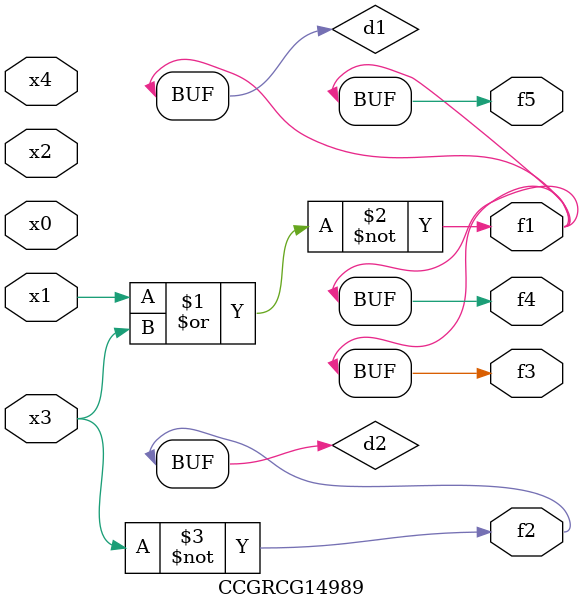
<source format=v>
module CCGRCG14989(
	input x0, x1, x2, x3, x4,
	output f1, f2, f3, f4, f5
);

	wire d1, d2;

	nor (d1, x1, x3);
	not (d2, x3);
	assign f1 = d1;
	assign f2 = d2;
	assign f3 = d1;
	assign f4 = d1;
	assign f5 = d1;
endmodule

</source>
